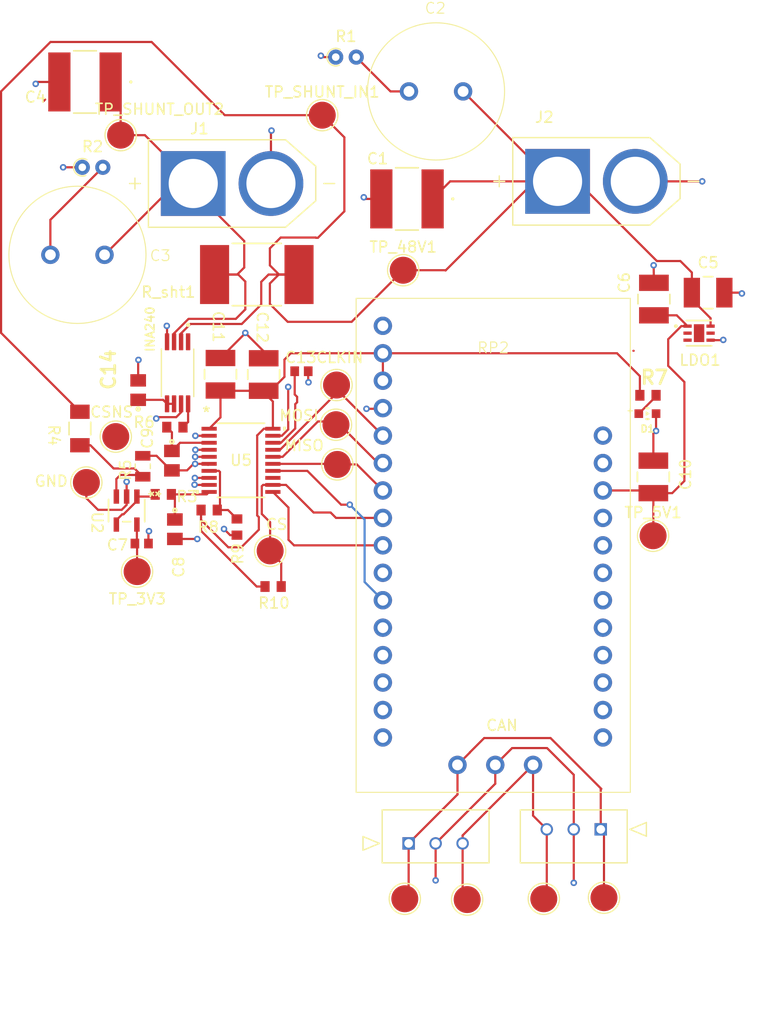
<source format=kicad_pcb>
(kicad_pcb (version 20240108) (generator "pcbnew") (generator_version "8.0")
  (layers (0 "F.Cu" signal) (31 "B.Cu" signal) (34 "B.Paste" user) (35 "F.Paste" user) (36 "B.SilkS" user "B.Silkscreen") (37 "F.SilkS" user "F.Silkscreen") (38 "B.Mask" user) (39 "F.Mask" user) (44 "Edge.Cuts" user))
  (net 0 "")
  (net 1 "Net-(U2-VIN+)")
  (net 2 "/AMP_OUT")
  (net 3 "GND")
  (net 4 "+3V3")
  (net 5 "Net-(U5-CAP)")
  (net 6 "/CSENSE_OUT")
  (net 7 "/MOSI")
  (net 8 "/MISO")
  (net 9 "Net-(U5-AIN2P)")
  (net 10 "/CS")
  (net 11 "/RESET")
  (net 12 "/Vdivider")
  (net 14 "+48V")
  (net 15 "+5V")
  (net 16 "Net-(INA240A3PWR1-OUT)")
  (net 17 "/SHUNT_LOAD")
  (net 19 "/CAN_H")
  (net 20 "/CAN_L")
  (net 40 "/SCK")
  (net 41 "/GPIO_CLKIN")
  (net 42 "Net-(D1-Pad2)")
  (net 43 "Net-(C2-Pad1)")
  (net 44 "Net-(C3-Pad1)")
  (footprint "TestPoint:TestPoint_Pad_D2.5mm" (layer "F.Cu") (at 153.5 69.225)
    (property "Reference" "TP_SHUNT_IN1")
    (property "Value" "~")
  )
  (footprint "SMV_Passives:RESC1608X50N" (layer "F.Cu") (at 145.6 107.345602 90)
    (property "Reference" "R9")
    (property "Value" "10k ohms" (hide yes))
  )
  (footprint "SMV_Passives:CAPC340270_190N_KEM-M" (layer "F.Cu") (at 184.225 86.245602 90)
    (property "Reference" "C6")
    (property "Value" "10μF")
  )
  (footprint "SMV_Connectors:AMASS_XT60-M" (layer "F.Cu") (at 178.9 75.35)
    (property "Reference" "J2")
    (property "Value" "XT60-M")
  )
  (footprint "TestPoint:TestPoint_Pad_D2.5mm" (layer "F.Cu") (at 166.925 141.825)
    (property "Reference" "TS_CAN_L2" (hide yes))
    (property "Value" "~")
  )
  (footprint "Resistor_THT:R_Axial_DIN0204_L3.6mm_D1.6mm_P1.90mm_Vertical" (layer "F.Cu") (at 154.75 63.85)
    (property "Reference" "R1")
    (property "Value" "R_US")
  )
  (footprint "SMV_Passives:CAPC340270_190N_KEM-M" (layer "F.Cu") (at 144.075 93.204398 -90)
    (property "Reference" "C11")
    (property "Value" "1μF")
  )
  (footprint "SMV_ICs:TSSOP20_PW_TEX" (layer "F.Cu") (at 145.975 101.170602)
    (property "Reference" "U5")
    (property "Value" "PADS131M04QPWRQ1")
  )
  (footprint "SMV_Passives:CAP_C2220C_2S_KEM-L" (layer "F.Cu") (at 161.3501 76.975 180)
    (property "Reference" "C1")
    (property "Value" "4.7 µF")
  )
  (footprint "SMV_Passives:0805RESC2012X60N" (layer "F.Cu") (at 136.875 101.72 90)
    (property "Reference" "R5")
    (property "Value" "10k ohms")
  )
  (footprint "SMV_ICs:SOT-23-5_MC_MCH" (layer "F.Cu") (at 135.379801 105.820601 -90)
    (property "Reference" "U2")
    (property "Value" "MCP6286T-E/OT")
  )
  (footprint "TestPoint:TestPoint_Pad_D2.5mm" (layer "F.Cu") (at 184.15 108.15)
    (property "Reference" "TP_5V1")
    (property "Value" "~")
  )
  (footprint "SMV_Connectors:3pin_CON_22035035_MOL" (layer "F.Cu") (at 179.3 135.325)
    (property "Reference" "CAN")
    (property "Value" "22035035")
  )
  (footprint "TestPoint:TestPoint_Pad_D2.5mm" (layer "F.Cu") (at 154.825 94.2)
    (property "Reference" "CLKIN")
    (property "Value" "~")
  )
  (footprint "TestPoint:TestPoint_Pad_D2.5mm" (layer "F.Cu") (at 131.65 103.225)
    (property "Reference" "GND")
    (property "Value" "~")
  )
  (footprint "TestPoint:TestPoint_Pad_D2.5mm" (layer "F.Cu") (at 148.675 109.55)
    (property "Reference" "CS")
    (property "Value" "~")
  )
  (footprint "TestPoint:TestPoint_Pad_D2.5mm" (layer "F.Cu") (at 154.775 97.875)
    (property "Reference" "MOSI")
    (property "Value" "~")
  )
  (footprint "SMV_Passives:RESC1608X50N" (layer "F.Cu") (at 183.675 95.15 180)
    (property "Reference" "R7")
    (property "Value" "150 ohm" (hide yes))
  )
  (footprint "TestPoint:TestPoint_Pad_D2.5mm" (layer "F.Cu") (at 179.6 141.65)
    (property "Reference" "TS_CAN_H2" (hide yes))
    (property "Value" "~")
  )
  (footprint "SMV_Connectors:RP2040" (layer "F.Cu") (at 169.5305 106.5)
    (property "Reference" "RP2")
    (property "Value" "~")
  )
  (footprint "TestPoint:TestPoint_Pad_D2.5mm" (layer "F.Cu") (at 136.35 111.470602)
    (property "Reference" "TP_3V3")
    (property "Value" "~")
  )
  (footprint "SMV_Passives:CAPC340270_190N_KEM-M" (layer "F.Cu") (at 184.175 102.704398 90)
    (property "Reference" "C10")
    (property "Value" "1 µF")
  )
  (footprint "SMV_Passives:RESC1608X50N" (layer "F.Cu") (at 139.85 98.1 180)
    (property "Reference" "R6")
    (property "Value" "50 ohms" (hide yes))
  )
  (footprint "TestPoint:TestPoint_Pad_D2.5mm" (layer "F.Cu") (at 174.025 141.75)
    (property "Reference" "TS_CAN_L1" (hide yes))
    (property "Value" "~")
  )
  (footprint "TestPoint:TestPoint_Pad_D2.5mm" (layer "F.Cu") (at 161 83.575)
    (property "Reference" "TP_48V1")
    (property "Value" "~")
  )
  (footprint "SMV_Passives:CAPC340270_190N_KEM-M" (layer "F.Cu") (at 148.075 93.229398 90)
    (property "Reference" "C12")
    (property "Value" "1μF")
  )
  (footprint "SMV_ICs:SOP65P640X120-8N" (layer "F.Cu") (at 140.1 93.070602 -90)
    (property "Reference" "INA240")
    (property "Value" "~")
  )
  (footprint "SMV_Passives:Cap0805" (layer "F.Cu") (at 139.575 101.2 -90)
    (property "Reference" "C9")
    (property "Value" "4.7uF" (hide yes))
  )
  (footprint "SMV_Passives:RESC1608X50N" (layer "F.Cu") (at 148.95 112.85)
    (property "Reference" "R10")
    (property "Value" "10k ohms" (hide yes))
  )
  (footprint "SMV_Passives:RES_TNPW1206_VIS-M" (layer "F.Cu") (at 131.05 98.225 -90)
    (property "Reference" "R4")
    (property "Value" "249k ohms")
  )
  (footprint "SMV_Passives:Big_Chunky_Cap" (layer "F.Cu") (at 164.04175 67.025)
    (property "Reference" "C2")
    (property "Value" "470uF, 63V")
  )
  (footprint "SMV_Passives:Cap0805" (layer "F.Cu") (at 136.45 94.670602 90)
    (property "Reference" "C14")
    (property "Value" "0.1uF,50V" (hide yes))
  )
  (footprint "SMV_Passives:Cap0805" (layer "F.Cu") (at 139.85 107.545602 -90)
    (property "Reference" "C8")
    (property "Value" "4.7uF" (hide yes))
  )
  (footprint "SMV_Connectors:3pin_CON_22035035_MOL" (layer "F.Cu") (at 161.50401 136.624999 180)
    (property "Reference" "J3" (hide yes))
    (property "Value" "22035035")
  )
  (footprint "SMV_Passives:RESC1608X50N" (layer "F.Cu") (at 143.025 105.770602)
    (property "Reference" "R8")
    (property "Value" "10k ohms" (hide yes))
  )
  (footprint "SMV_Passives:CAPC17595_87N_KEM-L" (layer "F.Cu") (at 136.773801 108.870602 180)
    (property "Reference" "C7")
    (property "Value" "0.022uF")
  )
  (footprint "SMV_Passives:Big_Chunky_Cap" (layer "F.Cu") (at 130.825 82.15 180)
    (property "Reference" "C3")
    (property "Value" "470uF, 63V")
  )
  (footprint "TestPoint:TestPoint_Pad_D2.5mm" (layer "F.Cu") (at 161.15 141.75)
    (property "Reference" "TS_CAN_H1" (hide yes))
    (property "Value" "~")
  )
  (footprint "TestPoint:TestPoint_Pad_D2.5mm" (layer "F.Cu") (at 154.9 101.55)
    (property "Reference" "MISO")
    (property "Value" "~")
  )
  (footprint "SMV_Passives:WL-SMCW_0603(diode)" (layer "F.Cu") (at 183.625 96.85 180)
    (property "Reference" "D1")
    (property "Value" "WL-SMCW_0603")
  )
  (footprint "TestPoint:TestPoint_Pad_D2.5mm" (layer "F.Cu") (at 134.375 98.975)
    (property "Reference" "CSNS")
    (property "Value" "~")
  )
  (footprint "SMV_Passives:CAPC17595_87N_KEM-L" (layer "F.Cu") (at 151.575 92.925)
    (property "Reference" "C13")
    (property "Value" "220nF")
  )
  (footprint "SMV_Passives:CAPC340270_190N_KEM-M" (layer "F.Cu") (at 189.245602 85.65)
    (property "Reference" "C5")
    (property "Value" "1μF")
  )
  (footprint "Resistor_THT:R_Axial_DIN0204_L3.6mm_D1.6mm_P1.90mm_Vertical" (layer "F.Cu") (at 131.275 74.05)
    (property "Reference" "R2")
    (property "Value" "R_US")
  )
  (footprint "SMV_Passives:RESC1608X50N" (layer "F.Cu") (at 138.775 104.320602 180)
    (property "Reference" "R3")
    (property "Value" "50 ohms" (hide yes))
  )
  (footprint "TestPoint:TestPoint_Pad_D2.5mm" (layer "F.Cu") (at 134.825 71.075)
    (property "Reference" "TP_SHUNT_OUT2")
    (property "Value" "~")
  )
  (footprint "SMV_Passives:RES_PSR400IT_ROM-L" (layer "F.Cu") (at 147.4384 83.975 180)
    (property "Reference" "R_sht1")
    (property "Value" "0.0005ohm")
  )
  (footprint "SMV_ICs:U-DFN2020-6_TYPE-C_DIO-M" (layer "F.Cu") (at 188.4082 89.399999)
    (property "Reference" "LDO1")
    (property "Value" "~")
  )
  (footprint "SMV_Connectors:AMASS_XT60-M" (layer "F.Cu") (at 145.15 75.55)
    (property "Reference" "J1")
    (property "Value" "XT60-M")
  )
  (footprint "SMV_Passives:CAP_C2220C_2S_KEM-L" (layer "F.Cu") (at 131.5249 66.15 180)
    (property "Reference" "C4")
    (property "Value" "4.7 µF")
  )
  (segment (start 134.175 101.925) (end 132.0244 99.7744) (width 0.2) (layer "F.Cu") (net 1))
  (segment (start 134.4298 102.8952) (end 134.4298 104.525402) (width 0.2) (layer "F.Cu") (net 1))
  (segment (start 136.875 102.69) (end 136.11 101.925) (width 0.2) (layer "F.Cu") (net 1))
  (segment (start 136.11 101.925) (end 134.175 101.925) (width 0.2) (layer "F.Cu") (net 1))
  (segment (start 134.8 102.525) (end 134.4298 102.8952) (width 0.2) (layer "F.Cu") (net 1))
  (segment (start 132.0244 99.7744) (end 131.05 99.7744) (width 0.2) (layer "F.Cu") (net 1))
  (segment (start 136.71 102.525) (end 134.8 102.525) (width 0.2) (layer "F.Cu") (net 1))
  (segment (start 136.875 102.69) (end 136.71 102.525) (width 0.2) (layer "F.Cu") (net 1))
  (segment (start 135.097404 106.1642) (end 136.329802 104.931802) (width 0.2) (layer "F.Cu") (net 2))
  (segment (start 136.329802 104.931802) (end 136.329802 104.525402) (width 0.2) (layer "F.Cu") (net 2))
  (segment (start 137.8202 104.525402) (end 138.025 104.320602) (width 0.2) (layer "F.Cu") (net 2))
  (segment (start 136.329802 104.525402) (end 137.8202 104.525402) (width 0.2) (layer "F.Cu") (net 2))
  (segment (start 134.975 106.1642) (end 135.097404 106.1642) (width 0.2) (layer "F.Cu") (net 2))
  (segment (start 134.4298 107.1158) (end 134.4298 106.7094) (width 0.2) (layer "F.Cu") (net 2))
  (segment (start 134.4298 106.7094) (end 134.975 106.1642) (width 0.2) (layer "F.Cu") (net 2))
  (segment (start 138.25 97.175) (end 139.975601 97.175) (width 0.2) (layer "F.Cu") (net 3))
  (segment (start 139.975601 97.175) (end 140.425 96.725601) (width 0.2) (layer "F.Cu") (net 3))
  (segment (start 134.925 105.75) (end 132.725 105.75) (width 0.2) (layer "F.Cu") (net 3))
  (segment (start 183.955 101.42) (end 184.175 101.2) (width 0.2) (layer "F.Cu") (net 3))
  (segment (start 176.8 135.325) (end 176.8 140.275) (width 0.2) (layer "F.Cu") (net 3))
  (segment (start 135.379801 104.525402) (end 135.379801 103.15) (width 0.2) (layer "F.Cu") (net 3))
  (segment (start 143.02225 102.7956) (end 141.7044 102.7956) (width 0.2) (layer "F.Cu") (net 3))
  (segment (start 188.7 75.35) (end 182.5 75.35) (width 0.2) (layer "F.Cu") (net 3))
  (segment (start 142.922248 101.595602) (end 143.02225 101.4956) (width 0.2) (layer "F.Cu") (net 3))
  (segment (start 184.175 98.7) (end 184.425 98.45) (width 0.2) (layer "F.Cu") (net 3))
  (segment (start 148.075 91.075) (end 146.375 89.375) (width 0.2) (layer "F.Cu") (net 3))
  (segment (start 141.754397 98.895603) (end 141.75 98.9) (width 0.2) (layer "F.Cu") (net 3))
  (segment (start 148.75 70.7) (end 148.8 70.65) (width 0.2) (layer "F.Cu") (net 3))
  (segment (start 129.15 66.15) (end 127.1313 66.15) (width 0.2) (layer "F.Cu") (net 3))
  (segment (start 138.15 100.75) (end 136.875 100.75) (width 0.2) (layer "F.Cu") (net 3))
  (segment (start 139.125 88.75) (end 139.1 88.725) (width 0.2) (layer "F.Cu") (net 3))
  (segment (start 143.02225 100.845601) (end 141.729399 100.845601) (width 0.2) (layer "F.Cu") (net 3))
  (segment (start 158.9752 76.975) (end 157.475 76.975) (width 0.2) (layer "F.Cu") (net 3))
  (segment (start 135.379801 105.295199) (end 134.925 105.75) (width 0.2) (layer "F.Cu") (net 3))
  (segment (start 137.4 108.870602) (end 137.4 107.775) (width 0.2) (layer "F.Cu") (net 3))
  (segment (start 138.125 97.3) (end 138.25 97.175) (width 0.2) (layer "F.Cu") (net 3))
  (segment (start 157.6 96.4) (end 159.0565 96.4) (width 0.2) (layer "F.Cu") (net 3))
  (segment (start 137.4 107.775) (end 137.45 107.725) (width 0.2) (layer "F.Cu") (net 3))
  (segment (start 127.8313 67.775) (end 127.6563 67.95) (width 0.2) (layer "F.Cu") (net 3))
  (segment (start 164.00401 136.624999) (end 164.00401 140.04599) (width 0.2) (layer "F.Cu") (net 3))
  (segment (start 141.754397 100.195603) (end 141.75 100.2) (width 0.2) (layer "F.Cu") (net 3))
  (segment (start 139.575 102.1) (end 139.5 102.1) (width 0.2) (layer "F.Cu") (net 3))
  (segment (start 171.0905 127.8) (end 174.325 127.8) (width 0.2) (layer "F.Cu") (net 3))
  (segment (start 174.325 127.8) (end 176.8 130.275) (width 0.2) (layer "F.Cu") (net 3))
  (segment (start 131.65 104.675) (end 131.65 103.225) (width 0.2) (layer "F.Cu") (net 3))
  (segment (start 169.5305 131.098509) (end 164.00401 136.624999) (width 0.2) (layer "F.Cu") (net 3))
  (segment (start 148.75 75.55) (end 148.75 70.7) (width 0.2) (layer "F.Cu") (net 3))
  (segment (start 135.379801 104.525402) (end 135.379801 105.295199) (width 0.2) (layer "F.Cu") (net 3))
  (segment (start 141.920602 108.445602) (end 141.925 108.45) (width 0.2) (layer "F.Cu") (net 3))
  (segment (start 139.85 108.445602) (end 141.920602 108.445602) (width 0.2) (layer "F.Cu") (net 3))
  (segment (start 192.3 85.65) (end 192.375 85.725) (width 0.2) (layer "F.Cu") (net 3))
  (segment (start 159.0565 96.4) (end 159.1165 96.34) (width 0.2) (layer "F.Cu") (net 3))
  (segment (start 143.02225 98.895603) (end 141.754397 98.895603) (width 0.2) (layer "F.Cu") (net 3))
  (segment (start 145.6 108.095602) (end 144.970602 108.095602) (width 0.2) (layer "F.Cu") (net 3))
  (segment (start 136.45 91.9) (end 136.45 93.770602) (width 0.2) (layer "F.Cu") (net 3))
  (segment (start 157.325 76.825) (end 157.325 76.825) (width 0.2) (layer "F.Cu") (net 3))
  (segment (start 184.425 96.85) (end 184.425 98.45) (width 0.2) (layer "F.Cu") (net 3))
  (segment (start 182.35 91.033796) (end 182.325 91.033796) (width 0.2) (layer "F.Cu") (net 3))
  (segment (start 157.475 76.975) (end 157.35 76.85) (width 0.2) (layer "F.Cu") (net 3))
  (segment (start 143.02225 101.4956) (end 141.7294 101.4956) (width 0.2) (layer "F.Cu") (net 3))
  (segment (start 144.970602 108.095602) (end 144.4 107.525) (width 0.2) (layer "F.Cu") (net 3))
  (segment (start 152.201199 93.926199) (end 152.225 93.95) (width 0.2) (layer "F.Cu") (net 3))
  (segment (start 190.75 85.65) (end 192.3 85.65) (width 0.2) (layer "F.Cu") (net 3))
  (segment (start 132.725 105.75) (end 131.65 104.675) (width 0.2) (layer "F.Cu") (net 3))
  (segment (start 184.225 84.741204) (end 184.2 83.116204) (width 0.2) (layer "F.Cu") (net 3))
  (segment (start 153.5 63.85) (end 153.375 63.725) (width 0.2) (layer "F.Cu") (net 3))
  (segment (start 154.75 63.85) (end 153.5 63.85) (width 0.2) (layer "F.Cu") (net 3))
  (segment (start 176.8 130.275) (end 176.8 135.325) (width 0.2) (layer "F.Cu") (net 3))
  (segment (start 169.5305 129.36) (end 169.5305 131.098509) (width 0.2) (layer "F.Cu") (net 3))
  (segment (start 143.02225 103.445601) (end 141.695601 103.445601) (width 0.2) (layer "F.Cu") (net 3))
  (segment (start 157.35 76.825) (end 157.325 76.825) (width 0.2) (layer "F.Cu") (net 3))
  (segment (start 141.725 101.5) (end 141.575 101.5) (width 0.2) (layer "F.Cu") (net 3))
  (segment (start 152.201199 92.925) (end 152.201199 93.926199) (width 0.2) (layer "F.Cu") (net 3))
  (segment (start 184.175 101.2) (end 184.175 98.7) (width 0.2) (layer "F.Cu") (net 3))
  (segment (start 157.35 76.85) (end 157.35 76.825) (width 0.2) (layer "F.Cu") (net 3))
  (segment (start 140.425 96.725601) (end 140.425 95.940602) (width 0.2) (layer "F.Cu") (net 3))
  (segment (start 146.375 89.4) (end 146.375 89.375) (width 0.2) (layer "F.Cu") (net 3))
  (segment (start 140.975 102.1) (end 139.575 102.1) (width 0.2) (layer "F.Cu") (net 3))
  (segment (start 189.475 90.049998) (end 190.625002 90.049998) (width 0.2) (layer "F.Cu") (net 3))
  (segment (start 141.7294 101.4956) (end 141.725 101.5) (width 0.2) (layer "F.Cu") (net 3))
  (segment (start 141.575 101.5) (end 140.975 102.1) (width 0.2) (layer "F.Cu") (net 3))
  (segment (start 141.7044 102.7956) (end 141.7 102.8) (width 0.2) (layer "F.Cu") (net 3))
  (segment (start 150.348801 98.307203) (end 149.760401 98.895603) (width 0.2) (layer "F.Cu") (net 3))
  (segment (start 149.760401 98.895603) (end 148.92775 98.895603) (width 0.2) (layer "F.Cu") (net 3))
  (segment (start 136.475 91.875) (end 136.45 91.9) (width 0.2) (layer "F.Cu") (net 3))
  (segment (start 164.00401 140.04599) (end 164 140.05) (width 0.2) (layer "F.Cu") (net 3))
  (segment (start 135.379801 104.931802) (end 135.379801 104.525402) (width 0.2) (layer "F.Cu") (net 3))
  (segment (start 139.125 90.200602) (end 139.125 88.75) (width 0.2) (layer "F.Cu") (net 3))
  (segment (start 141.695601 103.445601) (end 141.675 103.425) (width 0.2) (layer "F.Cu") (net 3))
  (segment (start 144.075 91.7) (end 146.375 89.4) (width 0.2) (layer "F.Cu") (net 3))
  (segment (start 131.275 74.05) (end 129.5 74.05) (width 0.2) (layer "F.Cu") (net 3))
  (segment (start 148.075 91.725) (end 148.075 91.075) (width 0.2) (layer "F.Cu") (net 3))
  (segment (start 184.425 98.45) (end 184.425 98.4) (width 0.2) (layer "F.Cu") (net 3))
  (segment (start 190.625002 90.049998) (end 190.65 90.025) (width 0.2) (layer "F.Cu") (net 3))
  (segment (start 169.5305 129.36) (end 171.0905 127.8) (width 0.2) (layer "F.Cu") (net 3))
  (segment (start 139.5 102.1) (end 138.15 100.75) (width 0.2) (layer "F.Cu") (net 3))
  (segment (start 143.02225 100.195603) (end 141.754397 100.195603) (width 0.2) (layer "F.Cu") (net 3))
  (segment (start 150.348801 94.375) (end 150.348801 98.307203) (width 0.2) (layer "F.Cu") (net 3))
  (segment (start 141.729399 100.845601) (end 141.725 100.85) (width 0.2) (layer "F.Cu") (net 3))
  (via (at 126.9563 66.325) (size 0.6) (drill 0.3) (layers "F.Cu" "B.Cu") (net 3))
  (via (at 141.725 101.5) (size 0.6) (drill 0.3) (layers "F.Cu" "B.Cu") (net 3))
  (via (at 150.348801 94.375) (size 0.6) (drill 0.3) (layers "F.Cu" "B.Cu") (net 3))
  (via (at 192.375 85.725) (size 0.6) (drill 0.3) (layers "F.Cu" "B.Cu") (net 3))
  (via (at 141.75 100.2) (size 0.6) (drill 0.3) (layers "F.Cu" "B.Cu") (net 3))
  (via (at 190.65 90.025) (size 0.6) (drill 0.3) (layers "F.Cu" "B.Cu") (net 3))
  (via (at 138.125 97.3) (size 0.6) (drill 0.3) (layers "F.Cu" "B.Cu") (net 3))
  (via (at 176.8 140.275) (size 0.6) (drill 0.3) (layers "F.Cu" "B.Cu") (net 3))
  (via (at 139.1 88.725) (size 0.6) (drill 0.3) (layers "F.Cu" "B.Cu") (net 3))
  (via (at 137.45 107.725) (size 0.6) (drill 0.3) (layers "F.Cu" "B.Cu") (net 3))
  (via (at 141.7 102.8) (size 0.6) (drill 0.3) (layers "F.Cu" "B.Cu") (net 3))
  (via (at 148.8 70.65) (size 0.6) (drill 0.3) (layers "F.Cu" "B.Cu") (net 3))
  (via (at 136.475 91.875) (size 0.6) (drill 0.3) (layers "F.Cu" "B.Cu") (net 3))
  (via (at 141.925 108.45) (size 0.6) (drill 0.3) (layers "F.Cu" "B.Cu") (net 3))
  (via (at 146.375 89.375) (size 0.6) (drill 0.3) (layers "F.Cu" "B.Cu") (net 3))
  (via (at 153.375 63.725) (size 0.6) (drill 0.3) (layers "F.Cu" "B.Cu") (net 3))
  (via (at 141.675 103.425) (size 0.6) (drill 0.3) (layers "F.Cu" "B.Cu") (net 3))
  (via (at 144.4 107.525) (size 0.6) (drill 0.3) (layers "F.Cu" "B.Cu") (net 3))
  (via (at 184.425 98.45) (size 0.6) (drill 0.3) (layers "F.Cu" "B.Cu") (net 3))
  (via (at 141.729399 100.845601) (size 0.6) (drill 0.3) (layers "F.Cu" "B.Cu") (net 3))
  (via (at 152.225 93.95) (size 0.6) (drill 0.3) (layers "F.Cu" "B.Cu") (net 3))
  (via (at 188.7 75.35) (size 0.6) (drill 0.3) (layers "F.Cu" "B.Cu") (net 3))
  (via (at 157.6 96.4) (size 0.6) (drill 0.3) (layers "F.Cu" "B.Cu") (net 3))
  (via (at 141.75 98.9) (size 0.6) (drill 0.3) (layers "F.Cu" "B.Cu") (net 3))
  (via (at 164.00401 140.04599) (size 0.6) (drill 0.3) (layers "F.Cu" "B.Cu") (net 3))
  (via (at 129.5 74.05) (size 0.6) (drill 0.3) (layers "F.Cu" "B.Cu") (net 3))
  (via (at 157.35 76.825) (size 0.6) (drill 0.3) (layers "F.Cu" "B.Cu") (net 3))
  (via (at 135.379801 103.15) (size 0.6) (drill 0.3) (layers "F.Cu" "B.Cu") (net 3))
  (via (at 184.2 83.116204) (size 0.6) (drill 0.3) (layers "F.Cu" "B.Cu") (net 3))
  (segment (start 136.35 109.073) (end 136.147602 108.870602) (width 0.2) (layer "F.Cu") (net 4))
  (segment (start 180.81 91.26) (end 182.925 93.375) (width 0.2) (layer "F.Cu") (net 4))
  (segment (start 147.475 98.865704) (end 147.475 106.270602) (width 0.2) (layer "F.Cu") (net 4))
  (segment (start 136.329802 107.1158) (end 136.329802 108.688402) (width 0.2) (layer "F.Cu") (net 4))
  (segment (start 147.425 112.85) (end 142.275 107.7) (width 0.2) (layer "F.Cu") (net 4))
  (segment (start 136.225 107.220602) (end 136.329802 107.1158) (width 0.2) (layer "F.Cu") (net 4))
  (segment (start 150.59 91.26) (end 159.1165 91.26) (width 0.2) (layer "F.Cu") (net 4))
  (segment (start 144.1 94.733796) (end 144.075 94.708796) (width 0.2) (layer "F.Cu") (net 4))
  (segment (start 136.45 95.570602) (end 138.755 95.570602) (width 0.2) (layer "F.Cu") (net 4))
  (segment (start 148.075 94.733796) (end 148.075 94.875) (width 0.2) (layer "F.Cu") (net 4))
  (segment (start 148.2 112.85) (end 147.425 112.85) (width 0.2) (layer "F.Cu") (net 4))
  (segment (start 136.35 111.470602) (end 136.35 109.073) (width 0.2) (layer "F.Cu") (net 4))
  (segment (start 150 93.444216) (end 150 91.85) (width 0.2) (layer "F.Cu") (net 4))
  (segment (start 144.075 97.192852) (end 143.02225 98.245602) (width 0.2) (layer "F.Cu") (net 4))
  (segment (start 147.510051 98.830653) (end 147.475 98.865704) (width 0.2) (layer "F.Cu") (net 4))
  (segment (start 142.275 106.695602) (end 142.275 105.770602) (width 0.2) (layer "F.Cu") (net 4))
  (segment (start 147.510051 98.830653) (end 148.095099 98.245604) (width 0.2) (layer "F.Cu") (net 4))
  (segment (start 139.125 95.940602) (end 139.775 95.940602) (width 0.2) (layer "F.Cu") (net 4))
  (segment (start 148.71042 94.733796) (end 150 93.444216) (width 0.2) (layer "F.Cu") (net 4))
  (segment (start 159.1165 91.26) (end 159.1165 93.8) (width 0.2) (layer "F.Cu") (net 4))
  (segment (start 144.8 109.220602) (end 142.275 106.695602) (width 0.2) (layer "F.Cu") (net 4))
  (segment (start 142.275 107.7) (end 142.275 105.770602) (width 0.2) (layer "F.Cu") (net 4))
  (segment (start 144.075 94.708796) (end 144.075 97.192852) (width 0.2) (layer "F.Cu") (net 4))
  (segment (start 138.755 95.570602) (end 139.125 95.940602) (width 0.2) (layer "F.Cu") (net 4))
  (segment (start 147.625 106.420602) (end 147.625 107.595602) (width 0.2) (layer "F.Cu") (net 4))
  (segment (start 148.92775 95.72775) (end 148.92775 98.245604) (width 0.2) (layer "F.Cu") (net 4))
  (segment (start 159.1165 91.26) (end 180.81 91.26) (width 0.2) (layer "F.Cu") (net 4))
  (segment (start 147.625 107.595602) (end 146 109.220602) (width 0.2) (layer "F.Cu") (net 4))
  (segment (start 147.475 106.270602) (end 147.625 106.420602) (width 0.2) (layer "F.Cu") (net 4))
  (segment (start 148.075 94.733796) (end 144.1 94.733796) (width 0.2) (layer "F.Cu") (net 4))
  (segment (start 148.095099 98.245604) (end 148.92775 98.245604) (width 0.2) (layer "F.Cu") (net 4))
  (segment (start 147.475 98.865703) (end 147.510051 98.830653) (width 0.2) (layer "F.Cu") (net 4))
  (segment (start 136.329802 108.688402) (end 136.147602 108.870602) (width 0.2) (layer "F.Cu") (net 4))
  (segment (start 182.925 93.375) (end 182.925 95.15) (width 0.2) (layer "F.Cu") (net 4))
  (segment (start 150 91.85) (end 150.59 91.26) (width 0.2) (layer "F.Cu") (net 4))
  (segment (start 148.075 94.733796) (end 148.71042 94.733796) (width 0.2) (layer "F.Cu") (net 4))
  (segment (start 146 109.220602) (end 144.8 109.220602) (width 0.2) (layer "F.Cu") (net 4))
  (segment (start 148.075 94.875) (end 148.92775 95.72775) (width 0.2) (layer "F.Cu") (net 4))
  (segment (start 148.92775 99.545604) (end 149.676085 99.545604) (width 0.2) (layer "F.Cu") (net 5))
  (segment (start 149.676085 99.545604) (end 149.926087 99.295603) (width 0.2) (layer "F.Cu") (net 5))
  (segment (start 151 98.22169) (end 151 95.969131) (width 0.2) (layer "F.Cu") (net 5))
  (segment (start 149.926087 99.295603) (end 151 98.22169) (width 0.2) (layer "F.Cu") (net 5))
  (segment (start 150.948801 95.070874) (end 150.948801 92.925) (width 0.2) (layer "F.Cu") (net 5))
  (segment (start 151 95.969131) (end 151.175 95.794131) (width 0.2) (layer "F.Cu") (net 5))
  (segment (start 151.175 95.794131) (end 151.175 95.297073) (width 0.2) (layer "F.Cu") (net 5))
  (segment (start 151.175 95.297073) (end 150.948801 95.070874) (width 0.2) (layer "F.Cu") (net 5))
  (segment (start 139.1 98.1) (end 138.95 98.1) (width 0.2) (layer "F.Cu") (net 6))
  (segment (start 140.329399 99.545601) (end 143.02225 99.545601) (width 0.2) (layer "F.Cu") (net 6))
  (segment (start 139.575 98.575) (end 139.1 98.1) (width 0.2) (layer "F.Cu") (net 6))
  (segment (start 139.575 100.3) (end 139.575 98.575) (width 0.2) (layer "F.Cu") (net 6))
  (segment (start 139.575 100.3) (end 140.329399 99.545601) (width 0.2) (layer "F.Cu") (net 6))
  (segment (start 158.67 101.42) (end 159.1165 101.42) (width 0.2) (layer "F.Cu") (net 7))
  (segment (start 149.8326 100.845604) (end 153.103204 97.575) (width 0.2) (layer "F.Cu") (net 7))
  (segment (start 155.075 97.825) (end 158.67 101.42) (width 0.2) (layer "F.Cu") (net 7))
  (segment (start 154.475 97.575) (end 154.775 97.875) (width 0.2) (layer "F.Cu") (net 7))
  (segment (start 153.103204 97.575) (end 154.475 97.575) (width 0.2) (layer "F.Cu") (net 7))
  (segment (start 148.92775 100.845604) (end 149.8326 100.845604) (width 0.2) (layer "F.Cu") (net 7))
  (segment (start 158.596502 100.900002) (end 159.1165 101.42) (width 0.2) (layer "F.Cu") (net 7))
  (segment (start 154.845603 101.495603) (end 154.9 101.55) (width 0.2) (layer "F.Cu") (net 8))
  (segment (start 156.7065 101.55) (end 159.1165 103.96) (width 0.2) (layer "F.Cu") (net 8))
  (segment (start 148.92775 101.495603) (end 154.845603 101.495603) (width 0.2) (layer "F.Cu") (net 8))
  (segment (start 154.9 101.55) (end 156.7065 101.55) (width 0.2) (layer "F.Cu") (net 8))
  (segment (start 144.775 105.770602) (end 145.6 106.595602) (width 0.2) (layer "F.Cu") (net 9))
  (segment (start 143.9271 102.145601) (end 144.0271 102.245601) (width 0.2) (layer "F.Cu") (net 9))
  (segment (start 143.775 105.770602) (end 144.775 105.770602) (width 0.2) (layer "F.Cu") (net 9))
  (segment (start 144.0271 105.518502) (end 143.775 105.770602) (width 0.2) (layer "F.Cu") (net 9))
  (segment (start 144.0271 102.245601) (end 144.0271 105.518502) (width 0.2) (layer "F.Cu") (net 9))
  (segment (start 143.02225 102.145601) (end 143.9271 102.145601) (width 0.2) (layer "F.Cu") (net 9))
  (segment (start 152.7 106) (end 154.275 106) (width 0.2) (layer "F.Cu") (net 10))
  (segment (start 148.92775 103.445604) (end 150.145604 103.445604) (width 0.2) (layer "F.Cu") (net 10))
  (segment (start 148.675 109.55) (end 148.675 109.65) (width 0.2) (layer "F.Cu") (net 10))
  (segment (start 148.0229 103.445604) (end 147.9 103.568504) (width 0.2) (layer "F.Cu") (net 10))
  (segment (start 154.275 106) (end 154.775 106.5) (width 0.2) (layer "F.Cu") (net 10))
  (segment (start 147.9 106.129916) (end 148.675 106.904916) (width 0.2) (layer "F.Cu") (net 10))
  (segment (start 149.7 110.675) (end 149.7 112.85) (width 0.2) (layer "F.Cu") (net 10))
  (segment (start 148.675 106.904916) (end 148.675 109.55) (width 0.2) (layer "F.Cu") (net 10))
  (segment (start 147.9 103.568504) (end 147.9 106.129916) (width 0.2) (layer "F.Cu") (net 10))
  (segment (start 148.675 109.65) (end 149.7 110.675) (width 0.2) (layer "F.Cu") (net 10))
  (segment (start 154.775 106.5) (end 159.1165 106.5) (width 0.2) (layer "F.Cu") (net 10))
  (segment (start 150.145604 103.445604) (end 152.7 106) (width 0.2) (layer "F.Cu") (net 10))
  (segment (start 148.92775 103.445604) (end 148.0229 103.445604) (width 0.2) (layer "F.Cu") (net 10))
  (segment (start 148.92775 104.095602) (end 150.375 105.542852) (width 0.2) (layer "F.Cu") (net 11))
  (segment (start 150.375 108.525) (end 150.89 109.04) (width 0.2) (layer "F.Cu") (net 11))
  (segment (start 150.375 105.542852) (end 150.375 108.525) (width 0.2) (layer "F.Cu") (net 11))
  (segment (start 150.89 109.04) (end 159.1165 109.04) (width 0.2) (layer "F.Cu") (net 11))
  (segment (start 139.85 104.645602) (end 139.525 104.320602) (width 0.2) (layer "F.Cu") (net 12))
  (segment (start 139.85 106.645602) (end 139.85 104.645602) (width 0.2) (layer "F.Cu") (net 12))
  (segment (start 142.797248 104.320602) (end 143.02225 104.0956) (width 0.2) (layer "F.Cu") (net 12))
  (segment (start 139.525 104.320602) (end 142.797248 104.320602) (width 0.2) (layer "F.Cu") (net 12))
  (segment (start 156.225 88.35) (end 161 83.575) (width 0.2) (layer "F.Cu") (net 14))
  (segment (start 153.5 69.225) (end 155.55 71.275) (width 0.2) (layer "F.Cu") (net 14))
  (segment (start 187.741204 86.28542) (end 189.475 88.019216) (width 0.2) (layer "F.Cu") (net 14))
  (segment (start 148.65 86.7) (end 150.3 88.35) (width 0.2) (layer "F.Cu") (net 14))
  (segment (start 187.741204 85.65) (end 187.741204 86.28542) (width 0.2) (layer "F.Cu") (net 14))
  (segment (start 175.3 75.35) (end 165.35 75.35) (width 0.2) (layer "F.Cu") (net 14))
  (segment (start 155.55 78.125) (end 153.1 80.575) (width 0.2) (layer "F.Cu") (net 14))
  (segment (start 165.35 75.35) (end 163.725 76.975) (width 0.2) (layer "F.Cu") (net 14))
  (segment (start 151.35 83.975) (end 151.35 85.424522) (width 0.2) (layer "F.Cu") (net 14))
  (segment (start 151.35 83.975) (end 149.475 83.975) (width 0.2) (layer "F.Cu") (net 14))
  (segment (start 152.925 80.575) (end 152.9 80.55) (width 0.2) (layer "F.Cu") (net 14))
  (segment (start 173.175 75.35) (end 164.925 83.6) (width 0.2) (layer "F.Cu") (net 14))
  (segment (start 150.3 88.35) (end 156.225 88.35) (width 0.2) (layer "F.Cu") (net 14))
  (segment (start 137.7 62.45) (end 144.475 69.225) (width 0.2) (layer "F.Cu") (net 14))
  (segment (start 177.125 75.35) (end 175.3 75.35) (width 0.2) (layer "F.Cu") (net 14))
  (segment (start 186.675 82.725) (end 184.5 82.725) (width 0.2) (layer "F.Cu") (net 14))
  (segment (start 151.35 83.975) (end 152.225 83.975) (width 0.2) (layer "F.Cu") (net 14))
  (segment (start 153.1 80.575) (end 152.925 80.575) (width 0.2) (layer "F.Cu") (net 14))
  (segment (start 144.475 69.225) (end 153.5 69.225) (width 0.2) (layer "F.Cu") (net 14))
  (segment (start 152.9 80.55) (end 149.65 80.55) (width 0.2) (layer "F.Cu") (net 14))
  (segment (start 151.75 83.575) (end 151.35 83.975) (width 0.2) (layer "F.Cu") (net 14))
  (segment (start 148.525 83.975) (end 151.35 83.975) (width 0.2) (layer "F.Cu") (net 14))
  (segment (start 141.290603 88.55) (end 146.05 88.55) (width 0.2) (layer "F.Cu") (net 14))
  (segment (start 187.741204 85.65) (end 187.741204 83.791204) (width 0.2) (layer "F.Cu") (net 14))
  (segment (start 123.75 67.025) (end 128.325 62.45) (width 0.2) (layer "F.Cu") (net 14))
  (segment (start 148.65 81.55) (end 148.65 83.125) (width 0.2) (layer "F.Cu") (net 14))
  (segment (start 175.3 75.35) (end 175.3 72.93325) (width 0.2) (layer "F.Cu") (net 14))
  (segment (start 148.65 84.8) (end 148.65 86.7) (width 0.2) (layer "F.Cu") (net 14))
  (segment (start 176.9935 77.0435) (end 175.3 75.35) (width 0.2) (layer "F.Cu") (net 14))
  (segment (start 140.425 89.415603) (end 141.290603 88.55) (width 0.2) (layer "F.Cu") (net 14))
  (segment (start 140.425 90.200602) (end 140.425 89.415603) (width 0.2) (layer "F.Cu") (net 14))
  (segment (start 164.9 83.575) (end 161 83.575) (width 0.2) (layer "F.Cu") (net 14))
  (segment (start 155.55 71.275) (end 155.55 78.125) (width 0.2) (layer "F.Cu") (net 14))
  (segment (start 149.5 83.975) (end 151.35 83.975) (width 0.2) (layer "F.Cu") (net 14))
  (segment (start 149.65 80.55) (end 148.65 81.55) (width 0.2) (layer "F.Cu") (net 14))
  (segment (start 184.5 82.725) (end 177.125 75.35) (width 0.2) (layer "F.Cu") (net 14))
  (segment (start 149.475 83.975) (end 148.65 84.8) (width 0.2) (layer "F.Cu") (net 14))
  (segment (start 147.85 84.65) (end 148.525 83.975) (width 0.2) (layer "F.Cu") (net 14))
  (segment (start 150.85 84.075) (end 152.05 82.875) (width 0.2) (layer "F.Cu") (net 14))
  (segment (start 131.05 96.6756) (end 123.75 89.3756) (width 0.2) (layer "F.Cu") (net 14))
  (segment (start 174.875 75.35) (end 175.3 75.35) (width 0.2) (layer "F.Cu") (net 14))
  (segment (start 175.3 75.35) (end 174.775 74.825) (width 0.2) (layer "F.Cu") (net 14))
  (segment (start 128.325 62.45) (end 137.7 62.45) (width 0.2) (layer "F.Cu") (net 14))
  (segment (start 189.475 88.019216) (end 189.475 88.75) (width 0.2) (layer "F.Cu") (net 14))
  (segment (start 187.741204 83.791204) (end 186.675 82.725) (width 0.2) (layer "F.Cu") (net 14))
  (segment (start 175.3 75.35) (end 173.175 75.35) (width 0.2) (layer "F.Cu") (net 14))
  (segment (start 166.55 67.025) (end 174.875 75.35) (width 0.2) (layer "F.Cu") (net 14))
  (segment (start 152.05 82.875) (end 152.075 82.875) (width 0.2) (layer "F.Cu") (net 14))
  (segment (start 148.65 83.125) (end 149.5 83.975) (width 0.2) (layer "F.Cu") (net 14))
  (segment (start 146.05 88.55) (end 147.85 86.75) (width 0.2) (layer "F.Cu") (net 14))
  (segment (start 151.35 83.6) (end 151.35 83.975) (width 0.2) (layer "F.Cu") (net 14))
  (segment (start 147.85 86.75) (end 147.85 84.65) (width 0.2) (layer "F.Cu") (net 14))
  (segment (start 164.925 83.6) (end 164.9 83.575) (width 0.2) (layer "F.Cu") (net 14))
  (segment (start 123.75 89.3756) (end 123.75 67.025) (width 0.2) (layer "F.Cu") (net 14))
  (segment (start 183.926204 103.96) (end 184.175 104.208796) (width 0.2) (layer "F.Cu") (net 15))
  (segment (start 185.55 89.9604) (end 185.55 92.425) (width 0.2) (layer "F.Cu") (net 15))
  (segment (start 187.05 93.925) (end 187.05 103.075) (width 0.2) (layer "F.Cu") (net 15))
  (segment (start 184.175 108.125) (end 184.15 108.15) (width 0.2) (layer "F.Cu") (net 15))
  (segment (start 185.55 92.425) (end 187.05 93.925) (width 0.2) (layer "F.Cu") (net 15))
  (segment (start 187.3414 88.75) (end 186.7604 88.75) (width 0.2) (layer "F.Cu") (net 15))
  (segment (start 179.5 103.96) (end 183.926204 103.96) (width 0.2) (layer "F.Cu") (net 15))
  (segment (start 179.54 104) (end 179.5 103.96) (width 0.2) (layer "F.Cu") (net 15))
  (segment (start 186.7604 88.75) (end 185.55 89.9604) (width 0.2) (layer "F.Cu") (net 15))
  (segment (start 185.916204 104.208796) (end 184.175 104.208796) (width 0.2) (layer "F.Cu") (net 15))
  (segment (start 184.225 87.75) (end 186.3414 87.75) (width 0.2) (layer "F.Cu") (net 15))
  (segment (start 186.3414 87.75) (end 187.3414 88.75) (width 0.2) (layer "F.Cu") (net 15))
  (segment (start 187.05 103.075) (end 185.916204 104.208796) (width 0.2) (layer "F.Cu") (net 15))
  (segment (start 184.175 104.208796) (end 184.175 108.125) (width 0.2) (layer "F.Cu") (net 15))
  (segment (start 141.075 97.625) (end 140.6 98.1) (width 0.2) (layer "F.Cu") (net 16))
  (segment (start 141.075 95.940602) (end 141.075 97.625) (width 0.2) (layer "F.Cu") (net 16))
  (segment (start 143.5268 77.5268) (end 141.55 75.55) (width 0.2) (layer "F.Cu") (net 17))
  (segment (start 141.55 75.55) (end 137.075 71.075) (width 0.2) (layer "F.Cu") (net 17))
  (segment (start 146.275 80.875) (end 146.275 83.325) (width 0.2) (layer "F.Cu") (net 17))
  (segment (start 139.93325 75.55) (end 141.55 75.55) (width 0.2) (layer "F.Cu") (net 17))
  (segment (start 145.5 88.075) (end 141.115603 88.075) (width 0.2) (layer "F.Cu") (net 17))
  (segment (start 141.55 75.55) (end 141.55 76.15) (width 0.2) (layer "F.Cu") (net 17))
  (segment (start 134.825 67.0752) (end 133.8998 66.15) (width 0.2) (layer "F.Cu") (net 17))
  (segment (start 146.375 84.625) (end 146.375 87.2) (width 0.2) (layer "F.Cu") (net 17))
  (segment (start 141.55 76.15) (end 146.275 80.875) (width 0.2) (layer "F.Cu") (net 17))
  (segment (start 146.275 83.325) (end 145.625 83.975) (width 0.2) (layer "F.Cu") (net 17))
  (segment (start 137.075 71.075) (end 134.825 71.075) (width 0.2) (layer "F.Cu") (net 17))
  (segment (start 143.5268 83.975) (end 145.725 83.975) (width 0.2) (layer "F.Cu") (net 17))
  (segment (start 146.375 87.2) (end 145.5 88.075) (width 0.2) (layer "F.Cu") (net 17))
  (segment (start 134.825 71.075) (end 134.825 67.0752) (width 0.2) (layer "F.Cu") (net 17))
  (segment (start 141.115603 88.075) (end 139.775 89.415603) (width 0.2) (layer "F.Cu") (net 17))
  (segment (start 138.7134 78.3866) (end 141.55 75.55) (width 0.2) (layer "F.Cu") (net 17))
  (segment (start 145.625 83.975) (end 143.5268 83.975) (width 0.2) (layer "F.Cu") (net 17))
  (segment (start 133.33325 82.15) (end 139.93325 75.55) (width 0.2) (layer "F.Cu") (net 17))
  (segment (start 145.725 83.975) (end 146.375 84.625) (width 0.2) (layer "F.Cu") (net 17))
  (segment (start 139.775 89.415603) (end 139.775 90.200602) (width 0.2) (layer "F.Cu") (net 17))
  (segment (start 168.5 126.875) (end 174.65 126.875) (width 0.2) (layer "F.Cu") (net 19))
  (segment (start 166.0305 129.36) (end 166.0305 132.098509) (width 0.2) (layer "F.Cu") (net 19))
  (segment (start 161.50401 136.624999) (end 161.50401 141.39599) (width 0.2) (layer "F.Cu") (net 19))
  (segment (start 174.65 126.875) (end 179.35 131.575) (width 0.2) (layer "F.Cu") (net 19))
  (segment (start 179.3 135.5) (end 179.6 135.8) (width 0.2) (layer "F.Cu") (net 19))
  (segment (start 179.35 131.575) (end 179.3 131.625) (width 0.2) (layer "F.Cu") (net 19))
  (segment (start 161.50401 141.39599) (end 161.15 141.75) (width 0.2) (layer "F.Cu") (net 19))
  (segment (start 166.0305 129.36) (end 167.1805 128.21) (width 0.2) (layer "F.Cu") (net 19))
  (segment (start 167.1805 128.1945) (end 168.5 126.875) (width 0.2) (layer "F.Cu") (net 19))
  (segment (start 167.1805 128.21) (end 167.1805 128.1945) (width 0.2) (layer "F.Cu") (net 19))
  (segment (start 166.0305 132.098509) (end 161.50401 136.624999) (width 0.2) (layer "F.Cu") (net 19))
  (segment (start 179.3 131.625) (end 179.3 135.325) (width 0.2) (layer "F.Cu") (net 19))
  (segment (start 179.6 135.8) (end 179.6 141.65) (width 0.2) (layer "F.Cu") (net 19))
  (segment (start 179.3 135.325) (end 179.3 135.5) (width 0.2) (layer "F.Cu") (net 19))
  (segment (start 173.0305 129.36) (end 173.0305 134.0555) (width 0.2) (layer "F.Cu") (net 20))
  (segment (start 173.0305 134.0555) (end 174.3 135.325) (width 0.2) (layer "F.Cu") (net 20))
  (segment (start 166.50401 135.88649) (end 166.50401 136.624999) (width 0.2) (layer "F.Cu") (net 20))
  (segment (start 173.0305 129.36) (end 166.50401 135.88649) (width 0.2) (layer "F.Cu") (net 20))
  (segment (start 166.50401 136.624999) (end 166.50401 141.40401) (width 0.2) (layer "F.Cu") (net 20))
  (segment (start 166.50401 141.40401) (end 166.925 141.825) (width 0.2) (layer "F.Cu") (net 20))
  (segment (start 174.3 141.475) (end 174.025 141.75) (width 0.2) (layer "F.Cu") (net 20))
  (segment (start 174.3 135.325) (end 174.3 141.475) (width 0.2) (layer "F.Cu") (net 20))
  (segment (start 148.92775 102.145604) (end 152.120604 102.145604) (width 0.2) (layer "F.Cu") (net 40))
  (segment (start 155.25 105.275) (end 156.05 105.275) (width 0.2) (layer "F.Cu") (net 40))
  (segment (start 152.120604 102.145604) (end 155.25 105.275) (width 0.2) (layer "F.Cu") (net 40))
  (via (at 156.05 105.275) (size 0.6) (drill 0.3) (layers "F.Cu" "B.Cu") (net 40))
  (segment (start 156.05 105.275) (end 157.425 106.65) (width 0.2) (layer "B.Cu") (net 40))
  (segment (start 157.425 112.4285) (end 159.1165 114.12) (width 0.2) (layer "B.Cu") (net 40))
  (segment (start 157.425 106.65) (end 157.425 112.4285) (width 0.2) (layer "B.Cu") (net 40))
  (segment (start 149.591772 100.195603) (end 154.825 94.962375) (width 0.2) (layer "F.Cu") (net 41))
  (segment (start 148.92775 100.195603) (end 149.591772 100.195603) (width 0.2) (layer "F.Cu") (net 41))
  (segment (start 154.825 94.2) (end 154.825 94.5885) (width 0.2) (layer "F.Cu") (net 41))
  (segment (start 154.825 94.962375) (end 154.825 94.2) (width 0.2) (layer "F.Cu") (net 41))
  (segment (start 154.825 94.5885) (end 159.1165 98.88) (width 0.2) (layer "F.Cu") (net 41))
  (segment (start 184.425 95.15) (end 184.425 95.25) (width 0.2) (layer "F.Cu") (net 42))
  (segment (start 184.425 95.25) (end 182.825 96.85) (width 0.2) (layer "F.Cu") (net 42))
  (segment (start 161.5335 67.025) (end 159.825 67.025) (width 0.2) (layer "F.Cu") (net 43))
  (segment (start 159.825 67.025) (end 156.65 63.85) (width 0.2) (layer "F.Cu") (net 43))
  (segment (start 128.31675 78.90825) (end 133.175 74.05) (width 0.2) (layer "F.Cu") (net 44))
  (segment (start 128.31675 82.15) (end 128.31675 78.90825) (width 0.2) (layer "F.Cu") (net 44))
)
</source>
